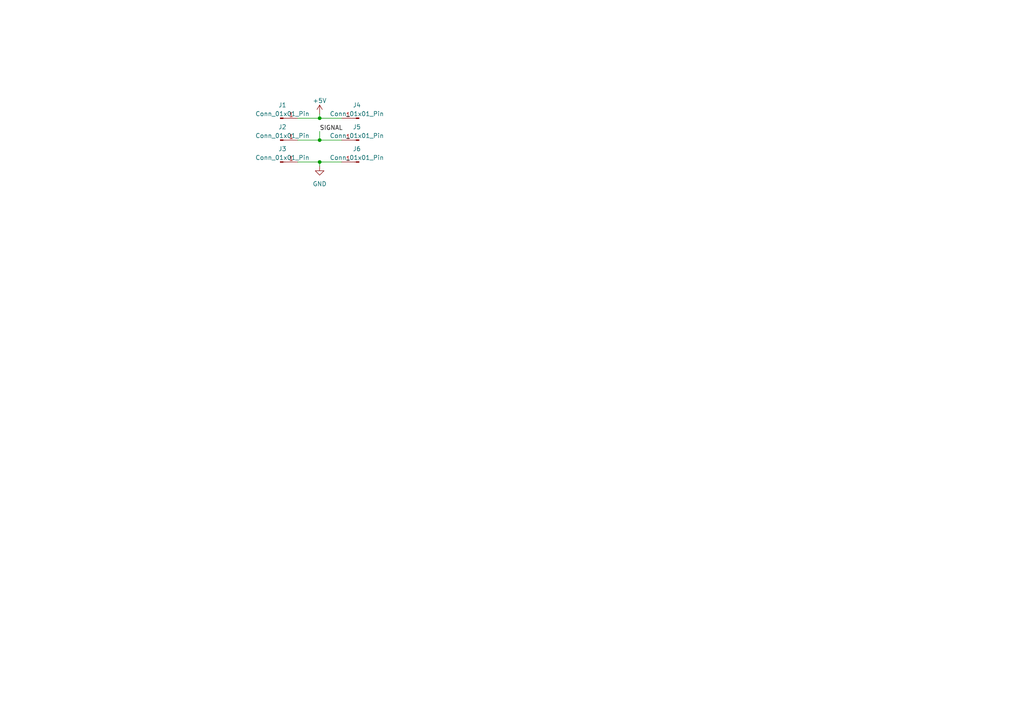
<source format=kicad_sch>
(kicad_sch (version 20230121) (generator eeschema)
  (paper "A4")
  (lib_symbols
    (symbol "Connector:Conn_01x01_Pin" (pin_names (offset 1.016) hide)
      (property "Reference" "J" (at 0 2.54 0))
      (property "Value" "Conn_01x01_Pin" (at 0 -2.54 0))
      (symbol "Conn_01x01_Pin_1_1"
        (polyline (pts (xy 1.27 0) (xy 0.8636 0)) (stroke (width 0.1524)))
        (rectangle (start 0.8636 0.127) (end 0 -0.127) (stroke (width 0.1524)) (fill (type outline)))
        (pin passive line (at 5.08 0 180) (length 3.81) (name "Pin_1") (number "1"))
      )
    )
    (symbol "power:+5V" (power) (pin_names (offset 0))
      (property "Value" "+5V" (at 0 3.556 0))
      (symbol "+5V_0_1"
        (polyline (pts (xy -0.762 1.27) (xy 0 2.54)))
        (polyline (pts (xy 0 0) (xy 0 2.54)))
        (polyline (pts (xy 0 2.54) (xy 0.762 1.27)))
      )
      (symbol "+5V_1_1"
        (pin power_in line (at 0 0 90) (length 0) hide (name "+5V") (number "1"))
      )
    )
    (symbol "power:GND" (power) (pin_names (offset 0))
      (property "Value" "GND" (at 0 -3.81 0))
      (symbol "GND_0_1"
        (polyline (pts (xy 0 0) (xy 0 -1.27) (xy 1.27 -1.27) (xy 0 -2.54) (xy -1.27 -1.27) (xy 0 -1.27)))
      )
      (symbol "GND_1_1"
        (pin power_in line (at 0 0 270) (length 0) hide (name "GND") (number "1"))
      )
    )
  )
  (junction (at 92.71 40.64))
  (junction (at 92.71 34.29))
  (junction (at 92.71 46.99))
  (wire (pts (xy 92.71 46.99) (xy 99.06 46.99)))
  (wire (pts (xy 86.36 40.64) (xy 92.71 40.64)))
  (wire (pts (xy 92.71 46.99) (xy 92.71 48.26)))
  (wire (pts (xy 92.71 40.64) (xy 99.06 40.64)))
  (wire (pts (xy 92.71 34.29) (xy 99.06 34.29)))
  (wire (pts (xy 86.36 34.29) (xy 92.71 34.29)))
  (wire (pts (xy 92.71 38.1) (xy 92.71 40.64)))
  (wire (pts (xy 92.71 33.02) (xy 92.71 34.29)))
  (wire (pts (xy 86.36 46.99) (xy 92.71 46.99)))
  (label "SIGNAL" (at 92.71 38.1 0))
  (symbol (lib_id "Connector:Conn_01x01_Pin") (at 81.28 46.99 0) (unit 1)
    (property "Reference" "J3" (at 81.915 43.18 0))
    (property "Value" "Conn_01x01_Pin" (at 81.915 45.72 0))
    (property "Footprint" "Connector_Pin:Pin_D1.3mm_L11.0mm" (effects hide))
  )
  (symbol (lib_id "Connector:Conn_01x01_Pin") (at 104.14 34.29 180) (unit 1)
    (property "Reference" "J4" (at 103.505 30.48 0))
    (property "Value" "Conn_01x01_Pin" (at 103.505 33.02 0))
    (property "Footprint" "Connector_Pin:Pin_D1.3mm_L11.0mm" (effects hide))
  )
  (symbol (lib_id "Connector:Conn_01x01_Pin") (at 104.14 46.99 180) (unit 1)
    (property "Reference" "J6" (at 103.505 43.18 0))
    (property "Value" "Conn_01x01_Pin" (at 103.505 45.72 0))
    (property "Footprint" "Connector_Pin:Pin_D1.3mm_L11.0mm" (effects hide))
  )
  (symbol (lib_id "power:+5V") (at 92.71 33.02 0) (unit 1)
    (property "Reference" "#PWR01" (effects hide))
    (property "Value" "+5V" (at 92.71 29.21 0))
  )
  (symbol (lib_id "Connector:Conn_01x01_Pin") (at 81.28 34.29 0) (unit 1)
    (property "Reference" "J1" (at 81.915 30.48 0))
    (property "Value" "Conn_01x01_Pin" (at 81.915 33.02 0))
    (property "Footprint" "Connector_Pin:Pin_D1.3mm_L11.0mm" (effects hide))
  )
  (symbol (lib_id "Connector:Conn_01x01_Pin") (at 81.28 40.64 0) (unit 1)
    (property "Reference" "J2" (at 81.915 36.83 0))
    (property "Value" "Conn_01x01_Pin" (at 81.915 39.37 0))
    (property "Footprint" "Connector_Pin:Pin_D1.3mm_L11.0mm" (effects hide))
  )
  (symbol (lib_id "power:GND") (at 92.71 48.26 0) (unit 1)
    (property "Reference" "#PWR02" (effects hide))
    (property "Value" "GND" (at 92.71 53.34 0))
  )
  (symbol (lib_id "Connector:Conn_01x01_Pin") (at 104.14 40.64 180) (unit 1)
    (property "Reference" "J5" (at 103.505 36.83 0))
    (property "Value" "Conn_01x01_Pin" (at 103.505 39.37 0))
    (property "Footprint" "Connector_Pin:Pin_D1.3mm_L11.0mm" (effects hide))
  )
)
</source>
